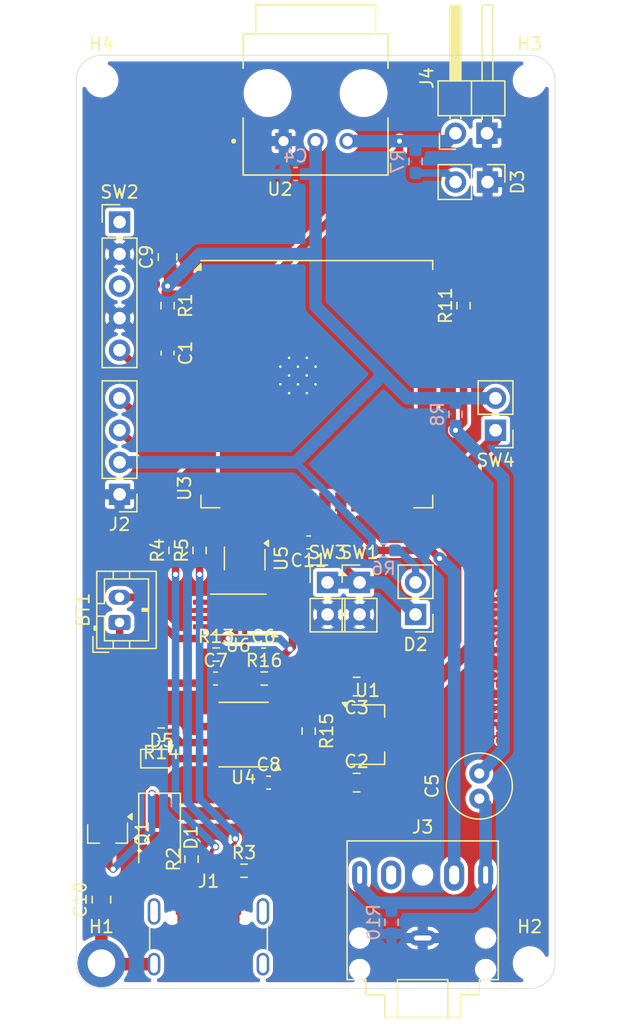
<source format=kicad_pcb>
(kicad_pcb (version 20241229) (generator "pcbnew") (generator_version "9.0")
  (layers (0 "F.Cu" signal) (2 "B.Cu" signal) (13 "F.Paste" user) (15 "B.Paste" user) (5 "F.SilkS" user "F.Silkscreen") (7 "B.SilkS" user "B.Silkscreen") (1 "F.Mask" user) (3 "B.Mask" user) (25 "Edge.Cuts" user))
  (net 0 "")
  (net 1 "/bat+")
  (net 2 "GND")
  (net 3 "/jack_line")
  (net 4 "/trigger")
  (net 5 "+3V3")
  (net 6 "/scl")
  (net 7 "/sda")
  (net 8 "/D-")
  (net 9 "/D+")
  (net 10 "/fiber_tx")
  (net 11 "/jack_sw")
  (net 12 "Net-(D1-K)")
  (net 13 "/bat-")
  (net 14 "Net-(D3-A)")
  (net 15 "/en")
  (net 16 "Net-(SW4-A)")
  (net 17 "Net-(C5-Pad1)")
  (net 18 "Net-(U5-VCC)")
  (net 19 "VBUS")
  (net 20 "Net-(D2-A)")
  (net 21 "Net-(D5-K)")
  (net 22 "Net-(J1-D--PadA7)")
  (net 24 "Net-(J1-CC2)")
  (net 25 "Net-(J1-D+-PadA6)")
  (net 27 "Net-(J1-CC1)")
  (net 28 "Net-(U4-~{CHRG})")
  (net 29 "Net-(U4-PROG)")
  (net 30 "Net-(U5-CS)")
  (net 31 "/re_b")
  (net 32 "/re_a")
  (net 33 "/re_sw")
  (net 35 "Net-(U5-OD)")
  (net 36 "Net-(U5-OC)")
  (net 41 "/shield")
  (footprint "Resistor_SMD:R_0603_1608Metric_Pad0.98x0.95mm_HandSolder" (layer "F.Cu") (at 102.92 98.425)
    (property "Reference" "R16")
    (property "Value" "1k")
  )
  (footprint "Package_TO_SOT_SMD:SOT-23_Handsoldering" (layer "F.Cu") (at 90.49 110.72 -90)
    (property "Reference" "Q1")
    (property "Value" "AO3401")
  )
  (footprint "Capacitor_SMD:C_0805_2012Metric_Pad1.18x1.45mm_HandSolder" (layer "F.Cu") (at 95.25 65.0025 90)
    (property "Reference" "C9")
    (property "Value" "10u")
  )
  (footprint "Connector_PinHeader_2.54mm:PinHeader_1x02_P2.54mm_Vertical" (layer "F.Cu") (at 110.49 90.805)
    (property "Reference" "SW1")
    (property "Value" "trigger_push")
  )
  (footprint "Connector_PinHeader_2.54mm:PinHeader_1x04_P2.54mm_Vertical" (layer "F.Cu") (at 91.44 83.82 180)
    (property "Reference" "J2")
    (property "Value" "SSD1306")
  )
  (footprint "Connector_PinHeader_2.54mm:PinHeader_1x02_P2.54mm_Vertical" (layer "F.Cu") (at 121.285 78.74 180)
    (property "Reference" "SW4")
    (property "Value" "power_sw")
  )
  (footprint "Resistor_SMD:R_0603_1608Metric_Pad0.98x0.95mm_HandSolder" (layer "F.Cu") (at 97.155 112.7525 90)
    (property "Reference" "R2")
    (property "Value" "5k1")
  )
  (footprint "Connector_PinHeader_2.54mm:PinHeader_1x02_P2.54mm_Vertical" (layer "F.Cu") (at 120.65 59.055 -90)
    (property "Reference" "D3")
    (property "Value" "output_led")
  )
  (footprint "Connector_USB:USB_C_Receptacle_GCT_USB4105-xx-A_16P_TopMnt_Horizontal" (layer "F.Cu") (at 98.5 120)
    (property "Reference" "J1")
    (property "Value" "USB_C_Receptacle_USB2.0_16P")
  )
  (footprint "Connector_PinHeader_2.54mm:PinHeader_1x02_P2.54mm_Horizontal" (layer "F.Cu") (at 118.105 55.185 90)
    (property "Reference" "J4")
    (property "Value" "output")
  )
  (footprint "Package_SO:SOP-8_3.9x4.9mm_P1.27mm" (layer "F.Cu") (at 101.2875 102.87 180)
    (property "Reference" "U4")
    (property "Value" "TP4056")
  )
  (footprint "MountingHole:MountingHole_2.2mm_M2_DIN965" (layer "F.Cu") (at 90 51)
    (property "Reference" "H4")
    (property "Value" "MountingHole")
  )
  (footprint "Package_TO_SOT_SMD:SOT-23-6_Handsoldering" (layer "F.Cu") (at 101.3725 88.9 -90)
    (property "Reference" "U5")
    (property "Value" "DW01")
  )
  (footprint "Capacitor_SMD:C_0603_1608Metric_Pad1.08x0.95mm_HandSolder" (layer "F.Cu") (at 102.87 96.52)
    (property "Reference" "C6")
    (property "Value" "0.1uF")
  )
  (footprint "Package_SO:TSSOP-8_4.4x3mm_P0.65mm" (layer "F.Cu") (at 100.8645 93.345 180)
    (property "Reference" "U6")
    (property "Value" "FS8205A")
  )
  (footprint "MountingHole:MountingHole_2.2mm_M2_DIN965_Pad" (layer "F.Cu") (at 90 121)
    (property "Reference" "H1")
    (property "Value" "MountingHole_Pad")
  )
  (footprint "Connector_PinHeader_2.54mm:PinHeader_1x05_P2.54mm_Vertical" (layer "F.Cu") (at 91.44 62.23)
    (property "Reference" "SW2")
    (property "Value" "RotaryEncoder_Switch")
  )
  (footprint "Resistor_SMD:R_0603_1608Metric_Pad0.98x0.95mm_HandSolder" (layer "F.Cu") (at 99.11 96.52)
    (property "Reference" "R13")
    (property "Value" "100")
  )
  (footprint "Capacitor_THT:C_Radial_D5.0mm_H11.0mm_P2.00mm" (layer "F.Cu") (at 120 107.95 90)
    (property "Reference" "C5")
    (property "Value" "2u2")
  )
  (footprint "Resistor_SMD:R_0603_1608Metric_Pad0.98x0.95mm_HandSolder" (layer "F.Cu") (at 95.885 88.265 90)
    (property "Reference" "R4")
    (property "Value" "0R")
  )
  (footprint "Capacitor_SMD:C_0805_2012Metric_Pad1.18x1.45mm_HandSolder" (layer "F.Cu") (at 110.2575 99.06 180)
    (property "Reference" "C3")
    (property "Value" "22u")
  )
  (footprint "Resistor_SMD:R_0603_1608Metric_Pad0.98x0.95mm_HandSolder" (layer "F.Cu") (at 106.4525 102.5925 -90)
    (property "Reference" "R15")
    (property "Value" "10k")
  )
  (footprint "TORX147_F_T_:TOSHIBA_TORX147_F_T_" (layer "F.Cu") (at 107 52)
    (property "Reference" "U2")
    (property "Value" "TOTX147_F_T")
  )
  (footprint "MountingHole:MountingHole_2.2mm_M2_DIN965" (layer "F.Cu") (at 124 121)
    (property "Reference" "H2")
    (property "Value" "MountingHole")
  )
  (footprint "Capacitor_SMD:C_0603_1608Metric_Pad1.08x0.95mm_HandSolder" (layer "F.Cu") (at 95.25 72.6175 -90)
    (property "Reference" "C1")
    (property "Value" "0.1u")
  )
  (footprint "Connector_Audio:Jack_3.5mm_CUI_SJ1-3525N_Horizontal" (layer "F.Cu") (at 115.5 119)
    (property "Reference" "J3")
    (property "Value" "AudioJack3_SwitchTR")
  )
  (footprint "Resistor_SMD:R_0603_1608Metric_Pad0.98x0.95mm_HandSolder" (layer "F.Cu") (at 95.25 68.8575 -90)
    (property "Reference" "R1")
    (property "Value" "10k")
  )
  (footprint "Capacitor_SMD:C_0603_1608Metric_Pad1.08x0.95mm_HandSolder" (layer "F.Cu") (at 99.06 98.425)
    (property "Reference" "C7")
    (property "Value" "10uF")
  )
  (footprint "Resistor_SMD:R_0603_1608Metric_Pad0.98x0.95mm_HandSolder" (layer "F.Cu") (at 118.745 68.8575 90)
    (property "Reference" "R11")
    (property "Value" "10k 1%")
  )
  (footprint "Package_TO_SOT_SMD:SOT-89-3" (layer "F.Cu") (at 111.125 102.87)
    (property "Reference" "U1")
    (property "Value" "AZ1117-3.3")
  )
  (footprint "Capacitor_SMD:C_0603_1608Metric_Pad1.08x0.95mm_HandSolder" (layer "F.Cu") (at 106.4525 87.63 180)
    (property "Reference" "C11")
    (property "Value" "0.1u")
  )
  (footprint "Connector_JST:JST_PH_B2B-PH-K_1x02_P2.00mm_Vertical" (layer "F.Cu") (at 91.44 93.98 90)
    (property "Reference" "BT1")
    (property "Value" "Battery_Cell")
  )
  (footprint "MountingHole:MountingHole_2.2mm_M2_DIN965" (layer "F.Cu") (at 124 51)
    (property "Reference" "H3")
    (property "Value" "MountingHole")
  )
  (footprint "Resistor_SMD:R_0603_1608Metric_Pad0.98x0.95mm_HandSolder" (layer "F.Cu") (at 97.79 88.265 90)
    (property "Reference" "R5")
    (property "Value" "0R")
  )
  (footprint "RF_Module:ESP32-S3-WROOM-1U" (layer "F.Cu") (at 107.1 75.085)
    (property "Reference" "U3")
    (property "Value" "ESP32-S3-WROOM-1")
  )
  (footprint "Capacitor_SMD:C_0805_2012Metric_Pad1.18x1.45mm_HandSolder" (layer "F.Cu") (at 90 115.9625 90)
    (property "Reference" "C10")
    (property "Value" "0.1n")
  )
  (footprint "LED_SMD:LED_0603_1608Metric_Pad1.05x0.95mm_HandSolder" (layer "F.Cu") (at 94.7825 104.775)
    (property "Reference" "D5")
    (property "Value" "LED")
  )
  (footprint "Capacitor_SMD:C_0603_1608Metric_Pad1.08x0.95mm_HandSolder" (layer "F.Cu") (at 103.2775 106.68)
    (property "Reference" "C8")
    (property "Value" "0.1uF")
  )
  (footprint "Connector_PinHeader_2.54mm:PinHeader_1x02_P2.54mm_Vertical" (layer "F.Cu") (at 107.95 90.805)
    (property "Reference" "SW3")
    (property "Value" "trigger_sw")
  )
  (footprint "Resistor_SMD:R_0603_1608Metric_Pad0.98x0.95mm_HandSolder" (layer "F.Cu") (at 94.745 102.87 180)
    (property "Reference" "R14")
    (property "Value" "1k")
  )
  (footprint "Capacitor_SMD:C_0805_2012Metric_Pad1.18x1.45mm_HandSolder" (layer "F.Cu") (at 110.2575 106.68)
    (property "Reference" "C2")
    (property "Value" "22u")
  )
  (footprint "Connector_PinHeader_2.54mm:PinHeader_1x02_P2.54mm_Vertical" (layer "F.Cu") (at 114.935 93.345 180)
    (property "Reference" "D2")
    (property "Value" "trigger_led")
  )
  (footprint "Diode_SMD:D_SMA" (layer "F.Cu") (at 94.615 111.03 -90)
    (property "Reference" "D1")
    (property "Value" "SS14")
  )
  (footprint "Resistor_SMD:R_0603_1608Metric_Pad0.98x0.95mm_HandSolder" (layer "F.Cu") (at 101.3225 113.665)
    (property "Reference" "R3")
    (property "Value" "5k1")
  )
  (footprint "Resistor_SMD:R_0603_1608Metric_Pad0.98x0.95mm_HandSolder" (layer "B.Cu") (at 118.11 77.47 -90)
    (property "Reference" "R8")
    (property "Value" "10k 1%")
  )
  (footprint "Capacitor_SMD:C_0603_1608Metric_Pad1.08x0.95mm_HandSolder" (layer "B.Cu") (at 105.41 58.42 180)
    (property "Reference" "C4")
    (property "Value" "0.1u")
  )
  (footprint "Resistor_SMD:R_0603_1608Metric_Pad0.98x0.95mm_HandSolder" (layer "B.Cu") (at 112.395 88.265)
    (property "Reference" "R6")
    (property "Value" "R_Small")
  )
  (footprint "Resistor_SMD:R_0603_1608Metric_Pad0.98x0.95mm_HandSolder" (layer "B.Cu") (at 114.935 57.4275 -90)
    (property "Reference" "R7")
    (property "Value" "R_Small")
  )
  (footprint "Resistor_SMD:R_0603_1608Metric_Pad0.98x0.95mm_HandSolder" (layer "B.Cu") (at 113.03 117.7525 -90)
    (property "Reference" "R10")
    (property "Value" "10k")
  )
  (gr_arc (start 88 51) (mid 88.585786 49.585786) (end 90 49) (stroke (width 0.05)) (layer "Edge.Cuts"))
  (gr_line (start 90 49) (end 124 49) (stroke (width 0.05)) (layer "Edge.Cuts"))
  (gr_arc (start 90 123) (mid 88.585786 122.414214) (end 88 121) (stroke (width 0.05)) (layer "Edge.Cuts"))
  (gr_line (start 126 51) (end 126 121) (stroke (width 0.05)) (layer "Edge.Cuts"))
  (gr_line (start 124 123) (end 90 123) (stroke (width 0.05)) (layer "Edge.Cuts"))
  (gr_arc (start 124 49) (mid 125.414214 49.585786) (end 126 51) (stroke (width 0.05)) (layer "Edge.Cuts"))
  (gr_line (start 88 121) (end 88 51) (stroke (width 0.05)) (layer "Edge.Cuts"))
  (gr_arc (start 126 121) (mid 125.414214 122.414214) (end 124 123) (stroke (width 0.05)) (layer "Edge.Cuts"))
  (gr_text "PWRSW" (at 122 74.75 90) (layer "F.Cu" knockout) (effects (font (size 1 0.9)) (justify left bottom)))
  (gr_text "TRIGGER" (at 106.5 96.25 0) (layer "F.Cu" knockout) (effects (font (size 1 0.9)) (justify left bottom)))
  (gr_text "BATT" (at 90 89.75 0) (layer "F.Cu" knockout) (effects (font (size 1 1)) (justify left bottom)))
  (gr_text "RE" (at 92.75 62.23 0) (layer "F.Cu" knockout) (effects (font (size 1 0.9)) (justify left bottom)))
  (gr_text "STANLEY ARNAUD \nSSTC INTERRUPTER ESP32S3" (at 124 104 90) (layer "F.Cu" knockout) (effects (font (size 1 1)) (justify left bottom)))
  (gr_text "DISP" (at 90 86.5 0) (layer "F.Cu" knockout) (effects (font (size 1 0.9)) (justify left bottom)))
  (segment (start 98.1975 96.52) (end 98.1975 98.425) (width 0.6) (layer "F.Cu") (net 1))
  (segment (start 91.44 93.98) (end 91.44 99.51) (width 0.6) (layer "F.Cu") (net 1))
  (segment (start 98.1975 98.425) (end 97.8325 98.79) (width 0.6) (layer "F.Cu") (net 1))
  (segment (start 92.16 98.79) (end 91.44 99.51) (width 0.6) (layer "F.Cu") (net 1))
  (segment (start 91.44 99.51) (end 89.54 101.41) (width 0.6) (layer "F.Cu") (net 1))
  (segment (start 89.54 101.41) (end 89.54 109.22) (width 0.6) (layer "F.Cu") (net 1))
  (segment (start 98.1975 98.425) (end 98.1975 100.5) (width 0.6) (layer "F.Cu") (net 1))
  (segment (start 97.8325 98.79) (end 92.16 98.79) (width 0.6) (layer "F.Cu") (net 1))
  (segment (start 98.1975 100.5) (end 98.6625 100.965) (width 0.6) (layer "F.Cu") (net 1))
  (segment (start 116.782 67.945) (end 115.85 67.945) (width 0.6) (layer "F.Cu") (net 3))
  (segment (start 118.745 69.908) (end 116.782 67.945) (width 0.6) (layer "F.Cu") (net 3))
  (segment (start 118.745 78.105) (end 118.745 69.908) (width 0.6) (layer "F.Cu") (net 3))
  (segment (start 118.11 78.74) (end 118.745 78.105) (width 0.6) (layer "F.Cu") (net 3))
  (via (at 118.11 78.74) (size 0.5) (drill 0.4) (layers "F.Cu" "B.Cu") (net 3))
  (segment (start 121.92 104.03) (end 120 105.95) (width 1) (layer "B.Cu") (net 3))
  (segment (start 118.11 78.74) (end 121.92 82.55) (width 1) (layer "B.Cu") (net 3))
  (segment (start 121.92 82.55) (end 121.92 104.03) (width 1) (layer "B.Cu") (net 3))
  (segment (start 107.8985 84.5985) (end 107.8985 88.2135) (width 0.6) (layer "F.Cu") (net 4))
  (segment (start 107.735 84.435) (end 107.8985 84.5985) (width 0.6) (layer "F.Cu") (net 4))
  (segment (start 107.8985 88.2135) (end 110.49 90.805) (width 0.6) (layer "F.Cu") (net 4))
  (segment (start 112.395 90.805) (end 107.95 90.805) (width 1) (layer "B.Cu") (net 4))
  (segment (start 114.935 93.345) (end 112.395 90.805) (width 1) (layer "B.Cu") (net 4))
  (segment (start 95.25 66.04) (end 95.25 67.31) (width 0.6) (layer "F.Cu") (net 5))
  (segment (start 98.35 67.945) (end 95.25 67.945) (width 0.6) (layer "F.Cu") (net 5))
  (segment (start 95.25 67.31) (end 95.25 67.945) (width 0.6) (layer "F.Cu") (net 5))
  (via (at 95.25 67.31) (size 0.5) (drill 0.4) (layers "F.Cu" "B.Cu") (net 5))
  (segment (start 112.0775 74.6125) (end 105.41 81.28) (width 1) (layer "B.Cu") (net 5))
  (segment (start 121.285 76.2) (end 114.3 76.2) (width 1) (layer "B.Cu") (net 5))
  (segment (start 97.79 64.77) (end 95.25 67.31) (width 1) (layer "B.Cu") (net 5))
  (segment (start 111.4825 87.3525) (end 111.4825 88.265) (width 0.6) (layer "B.Cu") (net 5))
  (segment (start 105.41 81.28) (end 111.4825 87.3525) (width 0.6) (layer "B.Cu") (net 5))
  (segment (start 112.0775 73.9775) (end 112.0775 74.6125) (width 1) (layer "B.Cu") (net 5))
  (segment (start 114.3 76.2) (end 112.0775 73.9775) (width 1) (layer "B.Cu") (net 5))
  (segment (start 107 64.77) (end 97.79 64.77) (width 1) (layer "B.Cu") (net 5))
  (segment (start 107 68.9) (end 112.0775 73.9775) (width 1) (layer "B.Cu") (net 5))
  (segment (start 107 64.77) (end 107 55.81) (width 1) (layer "B.Cu") (net 5))
  (segment (start 105.41 81.28) (end 91.44 81.28) (width 1) (layer "B.Cu") (net 5))
  (segment (start 107 68.9) (end 107 64.77) (width 1) (layer "B.Cu") (net 5))
  (segment (start 91.44 78.74) (end 93.345 80.645) (width 0.6) (layer "F.Cu") (net 6))
  (segment (start 93.345 80.645) (end 98.35 80.645) (width 0.6) (layer "F.Cu") (net 6))
  (segment (start 91.44 76.2) (end 94.615 79.375) (width 0.6) (layer "F.Cu") (net 7))
  (segment (start 94.615 79.375) (end 98.35 79.375) (width 0.6) (layer "F.Cu") (net 7))
  (segment (start 95.885 83.03) (end 97 81.915) (width 0.6) (layer "F.Cu") (net 8))
  (segment (start 95.885 87.3525) (end 95.885 83.03) (width 0.6) (layer "F.Cu") (net 8))
  (segment (start 97 81.915) (end 98.35 81.915) (width 0.6) (layer "F.Cu") (net 8))
  (segment (start 97.79 83.745) (end 97.79 87.3525) (width 0.6) (layer "F.Cu") (net 9))
  (segment (start 98.35 83.185) (end 97.79 83.745) (width 0.6) (layer "F.Cu") (net 9))
  (segment (start 113.665 56.52) (end 113.665 55.81) (width 0.6) (layer "F.Cu") (net 10))
  (segment (start 98.35 70.485) (end 99.7 70.485) (width 0.6) (layer "F.Cu") (net 10))
  (segment (start 99.7 70.485) (end 113.665 56.52) (width 0.6) (layer "F.Cu") (net 10))
  (via (at 113.665 55.81) (size 0.5) (drill 0.4) (layers "F.Cu" "B.Cu") (net 10))
  (segment (start 113.665 55.81) (end 117.48 55.81) (width 1) (layer "B.Cu") (net 10))
  (segment (start 117.48 55.81) (end 118.105 55.185) (width 1) (layer "B.Cu") (net 10))
  (segment (start 109.54 55.81) (end 113.665 55.81) (width 1) (layer "B.Cu") (net 10))
  (segment (start 116.205 88.265) (end 111.903 88.265) (width 0.6) (layer "F.Cu") (net 11))
  (segment (start 116.84 88.9) (end 116.205 88.265) (width 0.6) (layer "F.Cu") (net 11))
  (segment (start 109.005 85.367) (end 109.005 84.435) (width 0.6) (layer "F.Cu") (net 11))
  (segment (start 111.903 88.265) (end 109.005 85.367) (width 0.6) (layer "F.Cu") (net 11))
  (via (at 116.84 88.9) (size 0.5) (drill 0.4) (layers "F.Cu" "B.Cu") (net 11))
  (segment (start 116.84 88.9) (end 118 90.06) (width 1) (layer "B.Cu") (net 11))
  (segment (start 118 90.06) (end 118 114) (width 1) (layer "B.Cu") (net 11))
  (segment (start 94.742 108.903) (end 94.615 109.03) (width 0.6) (layer "F.Cu") (net 12))
  (segment (start 94.615 109.03) (end 94.615 108.150286) (width 0.6) (layer "F.Cu") (net 12))
  (segment (start 109.175 104.37) (end 109.175 106.635) (width 1) (layer "F.Cu") (net 12))
  (segment (start 94.615 109.03) (end 94.711 109.126) (width 1) (layer "F.Cu") (net 12))
  (segment (start 94.615 108.150286) (end 94.015 107.550286) (width 0.6) (layer "F.Cu") (net 12))
  (segment (start 90.49 113.096) (end 90.932 113.538) (width 0.6) (layer "F.Cu") (net 12))
  (segment (start 90.49 112.22) (end 90.49 113.096) (width 0.6) (layer "F.Cu") (net 12))
  (segment (start 106.774 109.126) (end 109.22 106.68) (width 1) (layer "F.Cu") (net 12))
  (segment (start 94.711 109.126) (end 106.774 109.126) (width 1) (layer "F.Cu") (net 12))
  (segment (start 109.175 106.635) (end 109.22 106.68) (width 1) (layer "F.Cu") (net 12))
  (via (at 90.932 113.538) (size 0.5) (drill 0.4) (layers "F.Cu" "B.Cu") (net 12))
  (via (at 94.015 107.550286) (size 0.5) (drill 0.4) (layers "F.Cu" "B.Cu") (net 12))
  (segment (start 94.015 107.550286) (end 93.98 107.585286) (width 0.6) (layer "B.Cu") (net 12))
  (segment (start 93.98 110.49) (end 90.932 113.538) (width 0.6) (layer "B.Cu") (net 12))
  (segment (start 93.98 107.585286) (end 93.98 110.49) (width 0.6) (layer "B.Cu") (net 12))
  (segment (start 103.727 93.02) (end 103.727 93.345) (width 0.3) (layer "F.Cu") (net 13))
  (segment (start 104.762357 93.345) (end 103.727 93.345) (width 0.6) (layer "F.Cu") (net 13))
  (segment (start 103.727 93.345) (end 103.727 93.67) (width 0.3) (layer "F.Cu") (net 13))
  (segment (start 104.5475 96.52) (end 104.97875 96.08875) (width 0.6) (layer "F.Cu") (net 13))
  (segment (start 105.156 93.738643) (end 104.762357 93.345) (width 0.6) (layer "F.Cu") (net 13))
  (segment (start 92.669 91.98) (end 95.939 95.25) (width 0.6) (layer "F.Cu") (net 13))
  (segment (start 102.3225 90.25) (end 102.3225 92.414292) (width 0.4) (layer "F.Cu") (net 13))
  (segment (start 102.3225 92.414292) (end 102.928208 93.02) (width 0.4) (layer "F.Cu") (net 13))
  (segment (start 102.928208 93.02) (end 103.727 93.02) (width 0.4) (layer "F.Cu") (net 13))
  (segment (start 103.7325 96.52) (end 104.5475 96.52) (width 0.6) (layer "F.Cu") (net 13))
  (segment (start 91.44 91.98) (end 92.669 91.98) (width 0.6) (layer "F.Cu") (net 13))
  (segment (start 95.939 95.25) (end 100.076 95.25) (width 0.6) (layer "F.Cu") (net 13))
  (segment (start 105.156 95.9115) (end 105.156 93.738643) (width 0.6) (layer "F.Cu") (net 13))
  (segment (start 104.97875 96.08875) (end 105.156 95.9115) (width 0.6) (layer "F.Cu") (net 13))
  (via (at 104.97875 96.08875) (size 0.5) (drill 0.4) (layers "F.Cu" "B.Cu") (net 13))
  (via (at 100.076 95.25) (size 0.5) (drill 0.4) (layers "F.Cu" "B.Cu") (net 13))
  (segment (start 104.14 95.25) (end 104.97875 96.08875) (width 0.6) (layer "B.Cu") (net 13))
  (segment (start 100.076 95.25) (end 104.14 95.25) (width 0.6) (layer "B.Cu") (net 13))
  (segment (start 117.395 58.34) (end 118.11 59.055) (width 0.6) (layer "B.Cu") (net 14))
  (segment (start 114.935 58.34) (end 117.395 58.34) (width 0.6) (layer "B.Cu") (net 14))
  (segment (start 95.805 69.215) (end 95.25 69.77) (width 0.6) (layer "F.Cu") (net 15))
  (segment (start 98.35 69.215) (end 95.805 69.215) (width 0.6) (layer "F.Cu") (net 15))
  (segment (start 95.25 71.755) (end 95.25 69.77) (width 0.6) (layer "F.Cu") (net 15))
  (segment (start 119.38 95.885) (end 119.38 81.28) (width 1) (layer "F.Cu") (net 16))
  (segment (start 119.38 81.28) (end 121.285 79.375) (width 1) (layer "F.Cu") (net 16))
  (segment (start 112.395 102.87) (end 119.38 95.885) (width 1) (layer "F.Cu") (net 16))
  (segment (start 121.285 79.375) (end 121.285 78.74) (width 1) (layer "F.Cu") (net 16))
  (segment (start 109.2625 102.87) (end 112.395 102.87) (width 1) (layer "F.Cu") (net 16))
  (segment (start 111.295 99.06) (end 111.295 102.235) (width 0.6) (layer "F.Cu") (net 16))
  (segment (start 120.5 115.108) (end 120.5 114) (width 1) (layer "B.Cu") (net 17))
  (segment (start 119.403 116.205) (end 120.5 115.108) (width 1) (layer "B.Cu") (net 17))
  (segment (start 120.5 114) (end 120.5 108.45) (width 1) (layer "B.Cu") (net 17))
  (segment (start 111.76 116.205) (end 119.403 116.205) (width 1) (layer "B.Cu") (net 17))
  (segment (start 110.5 114) (end 110.5 114.945) (width 1) (layer "B.Cu") (net 17))
  (segment (start 110.5 114.945) (end 111.76 116.205) (width 1) (layer "B.Cu") (net 17))
  (segment (start 120.5 108.45) (end 120 107.95) (width 1) (layer "B.Cu") (net 17))
  (segment (start 101.3725 90.25) (end 101.3725 95.885) (width 0.4) (layer "F.Cu") (net 18))
  (segment (start 101.3725 95.885) (end 100.7375 96.52) (width 0.4) (layer "F.Cu") (net 18))
  (segment (start 102.0075 96.52) (end 100.7375 96.52) (width 0.6) (layer "F.Cu") (net 18))
  (segment (start 100.7375 96.52) (end 100.0225 96.52) (width 0.6) (layer "F.Cu") (net 18))
  (segment (start 101.3725 103.505) (end 101.3725 105.6375) (width 0.6) (layer "F.Cu") (net 19))
  (segment (start 96.236 117.135702) (end 96.1 116.999702) (width 0.4) (layer "F.Cu") (net 19))
  (segment (start 103.9125 100.965) (end 102.6425 100.965) (width 0.6) (layer "F.Cu") (net 19))
  (segment (start 95.6575 104.775) (end 98.6625 104.775) (width 0.6) (layer "F.Cu") (net 19))
  (segment (start 100.1025 104.775) (end 98.6625 104.775) (width 0.6) (layer "F.Cu") (net 19))
  (segment (start 101.3725 102.235) (end 101.3725 103.505) (width 0.6) (layer "F.Cu") (net 19))
  (segment (start 94.615 113.03) (end 93.214 111.629) (width 0.6) (layer "F.Cu") (net 19))
  (segment (start 93.214 110.49) (end 93.214 107.2185) (width 0.6) (layer "F.Cu") (net 19))
  (segment (start 101.3725 103.505) (end 100.1025 104.775) (width 0.6) (layer "F.Cu") (net 19))
  (segment (start 100.764 117.135702) (end 100.764 117.654298) (width 0.4) (layer "F.Cu") (net 19))
  (segment (start 93.214 111.629) (end 93.214 110.49) (width 0.6) (layer "F.Cu") (net 19))
  (segment (start 100.9 116.999702) (end 100.764 117.135702) (width 0.4) (layer "F.Cu") (net 19))
  (segment (start 96.1 116.275) (end 96.1 114.515) (width 0.6) (layer "F.Cu") (net 19))
  (segment (start 91.44 109.22) (end 92.71 110.49) (width 0.6) (layer "F.Cu") (net 19))
  (segment (start 100.9 116.275) (end 100.9 116.999702) (width 0.4) (layer "F.Cu") (net 19))
  (segment (start 102.6425 100.965) (end 101.3725 102.235) (width 0.6) (layer "F.Cu") (net 19))
  (segment (start 100.308298 118.11) (end 96.691702 118.11) (width 0.4) (layer "F.Cu") (net 19))
  (segment (start 96.1 114.515) (end 94.615 113.03) (width 0.6) (layer "F.Cu") (net 19))
  (segment (start 96.1 116.999702) (end 96.1 116.275) (width 0.4) (layer "F.Cu") (net 19))
  (segment (start 96.236 117.654298) (end 96.236 117.135702) (width 0.4) (layer "F.Cu") (net 19))
  (segment (start 101.3725 105.6375) (end 102.415 106.68) (width 0.6) (layer "F.Cu") (net 19))
  (segment (start 96.691702 118.11) (end 96.236 117.654298) (width 0.4) (layer "F.Cu") (net 19))
  (segment (start 100.764 117.654298) (end 100.308298 118.11) (width 0.4) (layer "F.Cu") (net 19))
  (segment (start 92.71 110.49) (end 93.214 110.49) (width 0.6) (layer "F.Cu") (net 19))
  (segment (start 93.214 107.2185) (end 95.6575 104.775) (width 0.6) (layer "F.Cu") (net 19))
  (segment (start 114.935 89.535) (end 114.935 90.805) (width 0.6) (layer "B.Cu") (net 20))
  (segment (start 113.665 88.265) (end 114.935 89.535) (width 0.6) (layer "B.Cu") (net 20))
  (segment (start 113.3075 88.265) (end 113.665 88.265) (width 0.6) (layer "B.Cu") (net 20))
  (segment (start 93.8325 102.87) (end 93.8325 104.7) (width 0.6) (layer "F.Cu") (net 21))
  (segment (start 98.09 114.935) (end 98.425 114.935) (width 0.3) (layer "F.Cu") (net 22))
  (segment (start 98.75 116.275) (end 98.75 115.26) (width 0.3) (layer "F.Cu") (net 22))
  (segment (start 98.425 114.935) (end 98.75 114.935) (width 0.3) (layer "F.Cu") (net 22))
  (segment (start 98.75 112.07) (end 98.75 114.935) (width 0.3) (layer "F.Cu") (net 22))
  (segment (start 97.75 116.275) (end 97.75 115.275) (width 0.3) (layer "F.Cu") (net 22))
  (segment (start 98.75 115.26) (end 98.75 114.935) (width 0.3) (layer "F.Cu") (net 22))
  (segment (start 95.885 89.1775) (end 95.885 90.17) (width 0.6) (layer "F.Cu") (net 22))
  (segment (start 99.06 111.76) (end 98.75 112.07) (width 0.3) (layer "F.Cu") (net 22))
  (segment (start 97.75 115.275) (end 98.09 114.935) (width 0.3) (layer "F.Cu") (net 22))
  (via (at 99.06 111.76) (size 0.5) (drill 0.4) (layers "F.Cu" "B.Cu") (net 22))
  (via (at 95.885 90.17) (size 0.5) (drill 0.4) (layers "F.Cu" "B.Cu") (net 22))
  (segment (start 95.885 108.585) (end 95.885 90.17) (width 0.6) (layer "B.Cu") (net 22))
  (segment (start 99.06 111.76) (end 95.885 108.585) (width 0.6) (layer "B.Cu") (net 22))
  (segment (start 100.25 113.745) (end 100.33 113.665) (width 0.3) (layer "F.Cu") (net 24))
  (segment (start 100.25 116.275) (end 100.25 113.745) (width 0.3) (layer "F.Cu") (net 24))
  (segment (start 98.25 116.275) (end 98.25 117.3) (width 0.3) (layer "F.Cu") (net 25))
  (segment (start 98.425 117.475) (end 99.06 117.475) (width 0.3) (layer "F.Cu") (net 25))
  (segment (start 100.633214 111.125) (end 100.633214 111.428214) (width 0.3) (layer "F.Cu") (net 25))
  (segment (start 98.25 117.3) (end 98.425 117.475) (width 0.3) (layer "F.Cu") (net 25))
  (segment (start 99.25 117.285) (end 99.06 117.475) (width 0.3) (layer "F.Cu") (net 25))
  (segment (start 97.79 89.1775) (end 97.79 90.17) (width 0.6) (layer "F.Cu") (net 25))
  (segment (start 99.25 112.811428) (end 99.25 116.275) (width 0.3) (layer "F.Cu") (net 25))
  (segment (start 100.633214 111.428214) (end 99.25 112.811428) (width 0.3) (layer "F.Cu") (net 25))
  (segment (start 99.25 116.275) (end 99.25 117.285) (width 0.3) (layer "F.Cu") (net 25))
  (via (at 100.633214 111.125) (size 0.5) (drill 0.4) (layers "F.Cu" "B.Cu") (net 25))
  (via (at 97.79 90.17) (size 0.5) (drill 0.4) (layers "F.Cu" "B.Cu") (net 25))
  (segment (start 100.633214 111.125) (end 100.633214 110.793214) (width 0.6) (layer "B.Cu") (net 25))
  (segment (start 97.79 107.95) (end 97.79 90.17) (width 0.6) (layer "B.Cu") (net 25))
  (segment (start 100.633214 110.793214) (end 97.79 107.95) (width 0.6) (layer "B.Cu") (net 25))
  (segment (start 97.25 114.395) (end 97.155 114.3) (width 0.3) (layer "F.Cu") (net 27))
  (segment (start 97.25 116.275) (end 97.25 114.395) (width 0.3) (layer "F.Cu") (net 27))
  (segment (start 97.155 114.3) (end 97.155 113.665) (width 0.3) (layer "F.Cu") (net 27))
  (segment (start 95.6575 102.87) (end 96.2925 103.505) (width 0.6) (layer "F.Cu") (net 28))
  (segment (start 96.2925 103.505) (end 98.6625 103.505) (width 0.6) (layer "F.Cu") (net 28))
  (segment (start 106.4525 103.505) (end 103.9125 103.505) (width 0.6) (layer "F.Cu") (net 29))
  (segment (start 103.0485 86.694588) (end 103.0485 87.426058) (width 0.4) (layer "F.Cu") (net 30))
  (segment (start 104.106 90.771) (end 105.8835 92.5485) (width 0.4) (layer "F.Cu") (net 30))
  (segment (start 105.8835 92.5485) (end 105.8835 96.374) (width 0.4) (layer "F.Cu") (net 30))
  (segment (start 102.722912 86.369) (end 103.0485 86.694588) (width 0.4) (layer "F.Cu") (net 30))
  (segment (start 103.0485 87.426058) (end 104.106 88.483558) (width 0.4) (layer "F.Cu") (net 30))
  (segment (start 101.3725 86.918588) (end 101.922088 86.369) (width 0.4) (layer "F.Cu") (net 30))
  (segment (start 101.3725 87.55) (end 101.3725 86.918588) (width 0.4) (layer "F.Cu") (net 30))
  (segment (start 104.106 88.483558) (end 104.106 90.771) (width 0.4) (layer "F.Cu") (net 30))
  (segment (start 101.922088 86.369) (end 102.722912 86.369) (width 0.4) (layer "F.Cu") (net 30))
  (segment (start 105.8835 96.374) (end 103.8325 98.425) (width 0.4) (layer "F.Cu") (net 30))
  (segment (start 97.155 78.105) (end 98.35 78.105) (width 0.6) (layer "F.Cu") (net 33))
  (segment (start 91.44 72.39) (end 97.155 78.105) (width 0.6) (layer "F.Cu") (net 33))
  (segment (start 103.505 88.7325) (end 102.3225 87.55) (width 0.4) (layer "F.Cu") (net 35))
  (segment (start 103.505 92.148) (end 103.505 88.7325) (width 0.4) (layer "F.Cu") (net 35))
  (segment (start 103.727 92.37) (end 103.505 92.148) (width 0.4) (layer "F.Cu") (net 35))
  (segment (start 99.314 91.694) (end 98.638 92.37) (width 0.4) (layer "F.Cu") (net 36))
  (segment (start 99.314 88.6585) (end 99.314 91.694) (width 0.4) (layer "F.Cu") (net 36))
  (segment (start 98.638 92.37) (end 98.002 92.37) (width 0.4) (layer "F.Cu") (net 36))
  (segment (start 100.4225 87.55) (end 99.314 88.6585) (width 0.4) (layer "F.Cu") (net 36))
  (segment (start 90 117) (end 90 121) (width 1) (layer "F.Cu") (net 41))
  (segment (start 90.075 121.075) (end 90 121) (width 1) (layer "F.Cu") (net 41))
  (segment (start 94.18 121.075) (end 90.075 121.075) (width 1) (layer "F.Cu") (net 41))
  (zone (net 2) (net_name "GND") (layers "F.Cu" "B.Cu") (connect_pads (clearance 0.3)) (min_thickness 0.3) (fill yes (thermal_gap 0.3) (thermal_bridge_width 0.8))
    (polygon (pts (xy 86.995 48.26) (xy 127 48.26) (xy 127 123.825) (xy 86.995 123.825)))
  )
)
</source>
